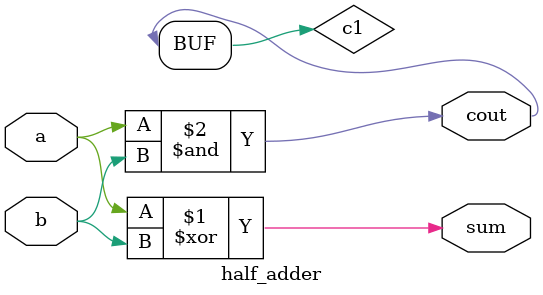
<source format=v>
module half_adder( 
input a, b,
output cout, sum );

wire c1; // Carry bit

xor(sum, a, b);
and(c1, a, b);

or(cout, c1);

endmodule

</source>
